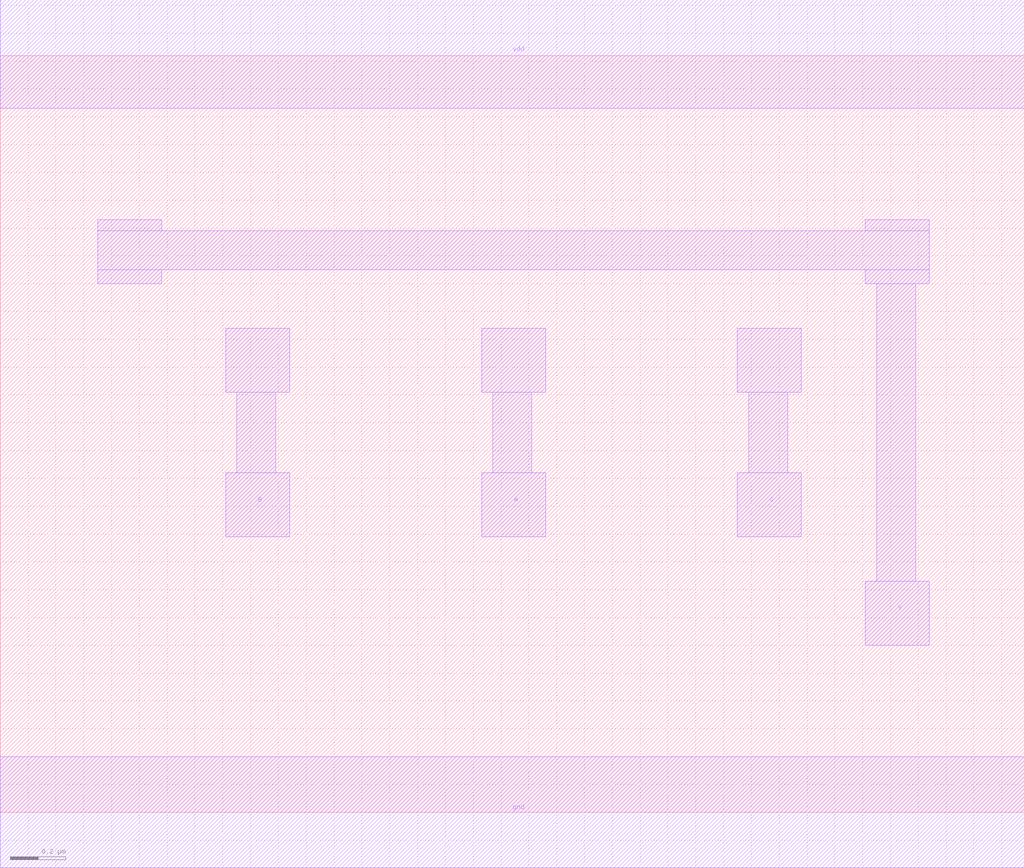
<source format=lef>
VERSION 5.7 ;
  NOWIREEXTENSIONATPIN ON ;
  DIVIDERCHAR "/" ;
  BUSBITCHARS "[]" ;
MACRO OAI21X1
  CLASS CORE ;
  FOREIGN OAI21X1 ;
  ORIGIN 0.000 0.000 ;
  SIZE 3.680 BY 2.720 ;
  SYMMETRY X Y R90 ;
  SITE unithd ;
  PIN vdd
    DIRECTION INOUT ;
    USE POWER ;
    SHAPE ABUTMENT ;
    PORT
      LAYER met2 ;
        RECT 0.000 2.530 3.680 2.920 ;
    END
  END vdd
  PIN gnd
    DIRECTION INOUT ;
    USE GROUND ;
    SHAPE ABUTMENT ;
    PORT
      LAYER met2 ;
        RECT 0.000 -0.200 3.680 0.200 ;
    END
  END gnd
  PIN Y
    DIRECTION INOUT ;
    USE SIGNAL ;
    SHAPE ABUTMENT ;
    PORT
      LAYER met2 ;
        RECT 0.350 2.090 0.580 2.130 ;
        RECT 3.110 2.090 3.340 2.130 ;
        RECT 0.350 1.950 3.340 2.090 ;
        RECT 0.350 1.900 0.580 1.950 ;
        RECT 3.110 1.900 3.340 1.950 ;
        RECT 3.150 0.830 3.290 1.900 ;
        RECT 3.110 0.600 3.340 0.830 ;
    END
  END Y
  PIN B
    DIRECTION INOUT ;
    USE SIGNAL ;
    SHAPE ABUTMENT ;
    PORT
      LAYER met2 ;
        RECT 0.810 1.510 1.040 1.740 ;
        RECT 0.850 1.220 0.990 1.510 ;
        RECT 0.810 0.990 1.040 1.220 ;
    END
  END B
  PIN C
    DIRECTION INOUT ;
    USE SIGNAL ;
    SHAPE ABUTMENT ;
    PORT
      LAYER met2 ;
        RECT 2.650 1.510 2.880 1.740 ;
        RECT 2.690 1.220 2.830 1.510 ;
        RECT 2.650 0.990 2.880 1.220 ;
    END
  END C
  PIN A
    DIRECTION INOUT ;
    USE SIGNAL ;
    SHAPE ABUTMENT ;
    PORT
      LAYER met2 ;
        RECT 1.730 1.510 1.960 1.740 ;
        RECT 1.770 1.220 1.910 1.510 ;
        RECT 1.730 0.990 1.960 1.220 ;
    END
  END A
END OAI21X1
END LIBRARY


</source>
